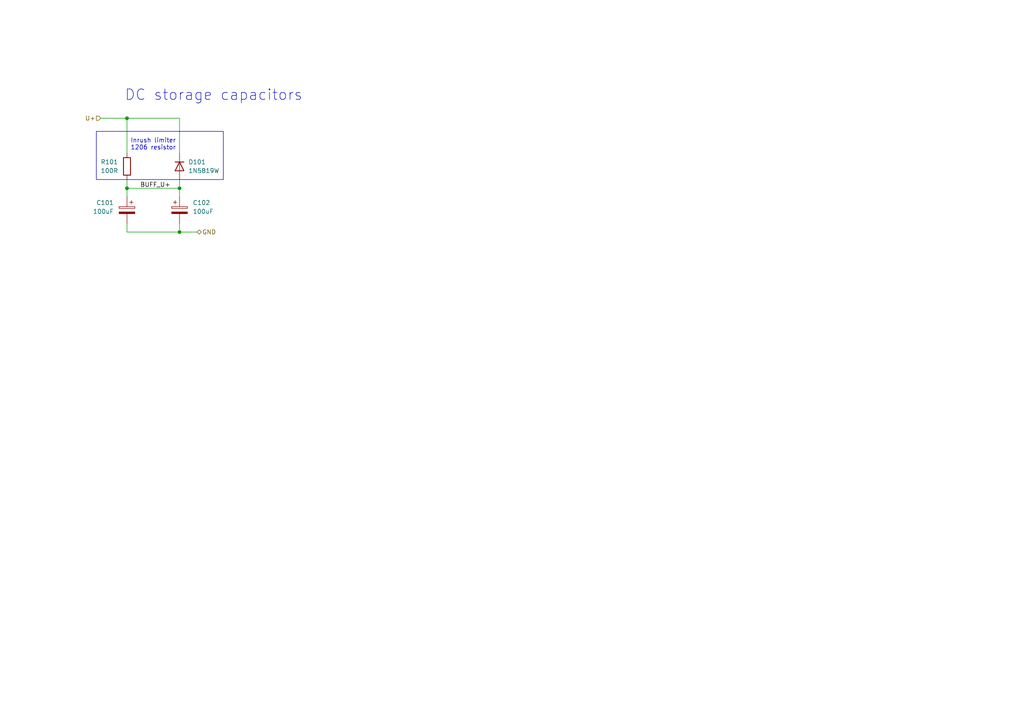
<source format=kicad_sch>
(kicad_sch
	(version 20231120)
	(generator "eeschema")
	(generator_version "8.0")
	(uuid "0ed6639a-cde6-4452-b9e1-77c370bade86")
	(paper "A4")
	(title_block
		(title "xDuinoRail - LocDecoder - Development Kit")
		(date "2024-10-09")
		(rev "v0.2")
		(company "Chatelain Engineering, Bern - CH")
	)
	(lib_symbols
		(symbol "Device:C_Polarized"
			(pin_numbers hide)
			(pin_names
				(offset 0.254)
			)
			(exclude_from_sim no)
			(in_bom yes)
			(on_board yes)
			(property "Reference" "C"
				(at 0.635 2.54 0)
				(effects
					(font
						(size 1.27 1.27)
					)
					(justify left)
				)
			)
			(property "Value" "C_Polarized"
				(at 0.635 -2.54 0)
				(effects
					(font
						(size 1.27 1.27)
					)
					(justify left)
				)
			)
			(property "Footprint" ""
				(at 0.9652 -3.81 0)
				(effects
					(font
						(size 1.27 1.27)
					)
					(hide yes)
				)
			)
			(property "Datasheet" "~"
				(at 0 0 0)
				(effects
					(font
						(size 1.27 1.27)
					)
					(hide yes)
				)
			)
			(property "Description" "Polarized capacitor"
				(at 0 0 0)
				(effects
					(font
						(size 1.27 1.27)
					)
					(hide yes)
				)
			)
			(property "ki_keywords" "cap capacitor"
				(at 0 0 0)
				(effects
					(font
						(size 1.27 1.27)
					)
					(hide yes)
				)
			)
			(property "ki_fp_filters" "CP_*"
				(at 0 0 0)
				(effects
					(font
						(size 1.27 1.27)
					)
					(hide yes)
				)
			)
			(symbol "C_Polarized_0_1"
				(rectangle
					(start -2.286 0.508)
					(end 2.286 1.016)
					(stroke
						(width 0)
						(type default)
					)
					(fill
						(type none)
					)
				)
				(polyline
					(pts
						(xy -1.778 2.286) (xy -0.762 2.286)
					)
					(stroke
						(width 0)
						(type default)
					)
					(fill
						(type none)
					)
				)
				(polyline
					(pts
						(xy -1.27 2.794) (xy -1.27 1.778)
					)
					(stroke
						(width 0)
						(type default)
					)
					(fill
						(type none)
					)
				)
				(rectangle
					(start 2.286 -0.508)
					(end -2.286 -1.016)
					(stroke
						(width 0)
						(type default)
					)
					(fill
						(type outline)
					)
				)
			)
			(symbol "C_Polarized_1_1"
				(pin passive line
					(at 0 3.81 270)
					(length 2.794)
					(name "~"
						(effects
							(font
								(size 1.27 1.27)
							)
						)
					)
					(number "1"
						(effects
							(font
								(size 1.27 1.27)
							)
						)
					)
				)
				(pin passive line
					(at 0 -3.81 90)
					(length 2.794)
					(name "~"
						(effects
							(font
								(size 1.27 1.27)
							)
						)
					)
					(number "2"
						(effects
							(font
								(size 1.27 1.27)
							)
						)
					)
				)
			)
		)
		(symbol "Device:D"
			(pin_numbers hide)
			(pin_names
				(offset 1.016) hide)
			(exclude_from_sim no)
			(in_bom yes)
			(on_board yes)
			(property "Reference" "D"
				(at 0 2.54 0)
				(effects
					(font
						(size 1.27 1.27)
					)
				)
			)
			(property "Value" "D"
				(at 0 -2.54 0)
				(effects
					(font
						(size 1.27 1.27)
					)
				)
			)
			(property "Footprint" ""
				(at 0 0 0)
				(effects
					(font
						(size 1.27 1.27)
					)
					(hide yes)
				)
			)
			(property "Datasheet" "~"
				(at 0 0 0)
				(effects
					(font
						(size 1.27 1.27)
					)
					(hide yes)
				)
			)
			(property "Description" "Diode"
				(at 0 0 0)
				(effects
					(font
						(size 1.27 1.27)
					)
					(hide yes)
				)
			)
			(property "Sim.Device" "D"
				(at 0 0 0)
				(effects
					(font
						(size 1.27 1.27)
					)
					(hide yes)
				)
			)
			(property "Sim.Pins" "1=K 2=A"
				(at 0 0 0)
				(effects
					(font
						(size 1.27 1.27)
					)
					(hide yes)
				)
			)
			(property "ki_keywords" "diode"
				(at 0 0 0)
				(effects
					(font
						(size 1.27 1.27)
					)
					(hide yes)
				)
			)
			(property "ki_fp_filters" "TO-???* *_Diode_* *SingleDiode* D_*"
				(at 0 0 0)
				(effects
					(font
						(size 1.27 1.27)
					)
					(hide yes)
				)
			)
			(symbol "D_0_1"
				(polyline
					(pts
						(xy -1.27 1.27) (xy -1.27 -1.27)
					)
					(stroke
						(width 0.254)
						(type default)
					)
					(fill
						(type none)
					)
				)
				(polyline
					(pts
						(xy 1.27 0) (xy -1.27 0)
					)
					(stroke
						(width 0)
						(type default)
					)
					(fill
						(type none)
					)
				)
				(polyline
					(pts
						(xy 1.27 1.27) (xy 1.27 -1.27) (xy -1.27 0) (xy 1.27 1.27)
					)
					(stroke
						(width 0.254)
						(type default)
					)
					(fill
						(type none)
					)
				)
			)
			(symbol "D_1_1"
				(pin passive line
					(at -3.81 0 0)
					(length 2.54)
					(name "K"
						(effects
							(font
								(size 1.27 1.27)
							)
						)
					)
					(number "1"
						(effects
							(font
								(size 1.27 1.27)
							)
						)
					)
				)
				(pin passive line
					(at 3.81 0 180)
					(length 2.54)
					(name "A"
						(effects
							(font
								(size 1.27 1.27)
							)
						)
					)
					(number "2"
						(effects
							(font
								(size 1.27 1.27)
							)
						)
					)
				)
			)
		)
		(symbol "Device:R"
			(pin_numbers hide)
			(pin_names
				(offset 0)
			)
			(exclude_from_sim no)
			(in_bom yes)
			(on_board yes)
			(property "Reference" "R"
				(at 2.032 0 90)
				(effects
					(font
						(size 1.27 1.27)
					)
				)
			)
			(property "Value" "R"
				(at 0 0 90)
				(effects
					(font
						(size 1.27 1.27)
					)
				)
			)
			(property "Footprint" ""
				(at -1.778 0 90)
				(effects
					(font
						(size 1.27 1.27)
					)
					(hide yes)
				)
			)
			(property "Datasheet" "~"
				(at 0 0 0)
				(effects
					(font
						(size 1.27 1.27)
					)
					(hide yes)
				)
			)
			(property "Description" "Resistor"
				(at 0 0 0)
				(effects
					(font
						(size 1.27 1.27)
					)
					(hide yes)
				)
			)
			(property "ki_keywords" "R res resistor"
				(at 0 0 0)
				(effects
					(font
						(size 1.27 1.27)
					)
					(hide yes)
				)
			)
			(property "ki_fp_filters" "R_*"
				(at 0 0 0)
				(effects
					(font
						(size 1.27 1.27)
					)
					(hide yes)
				)
			)
			(symbol "R_0_1"
				(rectangle
					(start -1.016 -2.54)
					(end 1.016 2.54)
					(stroke
						(width 0.254)
						(type default)
					)
					(fill
						(type none)
					)
				)
			)
			(symbol "R_1_1"
				(pin passive line
					(at 0 3.81 270)
					(length 1.27)
					(name "~"
						(effects
							(font
								(size 1.27 1.27)
							)
						)
					)
					(number "1"
						(effects
							(font
								(size 1.27 1.27)
							)
						)
					)
				)
				(pin passive line
					(at 0 -3.81 90)
					(length 1.27)
					(name "~"
						(effects
							(font
								(size 1.27 1.27)
							)
						)
					)
					(number "2"
						(effects
							(font
								(size 1.27 1.27)
							)
						)
					)
				)
			)
		)
	)
	(junction
		(at 52.07 54.61)
		(diameter 0)
		(color 0 0 0 0)
		(uuid "70d66df6-34eb-4709-982f-3b263de2c564")
	)
	(junction
		(at 52.07 67.31)
		(diameter 0)
		(color 0 0 0 0)
		(uuid "861dd14a-3655-444e-a1cd-ddf7e79d02ea")
	)
	(junction
		(at 36.83 54.61)
		(diameter 0)
		(color 0 0 0 0)
		(uuid "8a1cd5a1-cbac-499b-a8d7-956ced35d95d")
	)
	(junction
		(at 36.83 34.29)
		(diameter 0)
		(color 0 0 0 0)
		(uuid "dbe8d430-b7e0-43fd-af9b-a7b35fd89a39")
	)
	(wire
		(pts
			(xy 52.07 67.31) (xy 57.15 67.31)
		)
		(stroke
			(width 0)
			(type default)
		)
		(uuid "317ef222-0dfd-4fad-8741-f0070137d402")
	)
	(wire
		(pts
			(xy 36.83 54.61) (xy 36.83 52.07)
		)
		(stroke
			(width 0)
			(type default)
		)
		(uuid "39d481d6-a889-4a6a-bfa6-7b4e9597cb83")
	)
	(wire
		(pts
			(xy 36.83 64.77) (xy 36.83 67.31)
		)
		(stroke
			(width 0)
			(type default)
		)
		(uuid "409c678e-3836-4352-9da6-1ab23d9c3c5c")
	)
	(wire
		(pts
			(xy 52.07 57.15) (xy 52.07 54.61)
		)
		(stroke
			(width 0)
			(type default)
		)
		(uuid "454550da-5fc7-4d78-b69d-3af2bfb06d17")
	)
	(wire
		(pts
			(xy 36.83 54.61) (xy 36.83 57.15)
		)
		(stroke
			(width 0)
			(type default)
		)
		(uuid "76f1626f-966e-4c7c-8511-36bc72551458")
	)
	(wire
		(pts
			(xy 52.07 34.29) (xy 52.07 44.45)
		)
		(stroke
			(width 0)
			(type default)
		)
		(uuid "88c50384-26f4-428a-a2a4-568192a02761")
	)
	(wire
		(pts
			(xy 52.07 52.07) (xy 52.07 54.61)
		)
		(stroke
			(width 0)
			(type default)
		)
		(uuid "a615d5ab-cd7b-46e7-9528-53050b23cf8b")
	)
	(wire
		(pts
			(xy 36.83 54.61) (xy 52.07 54.61)
		)
		(stroke
			(width 0)
			(type default)
		)
		(uuid "ce3d9347-297f-4c6c-93c1-0788cf958cfa")
	)
	(wire
		(pts
			(xy 36.83 67.31) (xy 52.07 67.31)
		)
		(stroke
			(width 0)
			(type default)
		)
		(uuid "d8309884-c3c9-4177-91b5-3d7ea6af06e8")
	)
	(wire
		(pts
			(xy 52.07 64.77) (xy 52.07 67.31)
		)
		(stroke
			(width 0)
			(type default)
		)
		(uuid "e001f8f7-3c5c-4b29-9f97-0b72fe00f57d")
	)
	(wire
		(pts
			(xy 36.83 34.29) (xy 36.83 44.45)
		)
		(stroke
			(width 0)
			(type default)
		)
		(uuid "e484a3e8-9437-48de-b3f2-173e67aa31d1")
	)
	(wire
		(pts
			(xy 52.07 34.29) (xy 36.83 34.29)
		)
		(stroke
			(width 0)
			(type default)
		)
		(uuid "e708d21e-4f0e-4538-8de3-6e16a4bcb083")
	)
	(wire
		(pts
			(xy 36.83 34.29) (xy 29.21 34.29)
		)
		(stroke
			(width 0)
			(type default)
		)
		(uuid "f3c6b67d-a920-40ea-b8ee-98528b95808f")
	)
	(rectangle
		(start 27.94 38.1)
		(end 64.77 52.07)
		(stroke
			(width 0)
			(type default)
		)
		(fill
			(type none)
		)
		(uuid e6777fc6-b293-4134-8075-1d6c03aa7d73)
	)
	(text "Inrush limiter\n1206 resistor"
		(exclude_from_sim no)
		(at 44.45 41.91 0)
		(effects
			(font
				(size 1.27 1.27)
			)
		)
		(uuid "42ebd433-9e4b-4b18-b503-979684ad2740")
	)
	(text "DC storage capacitors\n"
		(exclude_from_sim no)
		(at 61.976 27.686 0)
		(effects
			(font
				(size 3.048 3.048)
			)
		)
		(uuid "a76d4c3f-1db9-44fb-b638-4d14cd1e3899")
	)
	(label "BUFF_U+"
		(at 40.64 54.61 0)
		(effects
			(font
				(size 1.27 1.27)
			)
			(justify left bottom)
		)
		(uuid "5f727d5f-8657-4d5d-a208-50042e4bab98")
	)
	(hierarchical_label "U+"
		(shape input)
		(at 29.21 34.29 180)
		(effects
			(font
				(size 1.27 1.27)
			)
			(justify right)
		)
		(uuid "02d821b1-3752-4b7e-a368-48614de0f30b")
	)
	(hierarchical_label "GND"
		(shape bidirectional)
		(at 57.15 67.31 0)
		(effects
			(font
				(size 1.27 1.27)
			)
			(justify left)
		)
		(uuid "14abcc60-0c4a-4776-aff5-ffa397186009")
	)
	(symbol
		(lib_id "Device:C_Polarized")
		(at 36.83 60.96 0)
		(mirror y)
		(unit 1)
		(exclude_from_sim no)
		(in_bom yes)
		(on_board yes)
		(dnp no)
		(fields_autoplaced yes)
		(uuid "6954d688-dc5e-457b-a102-992fb74862ed")
		(property "Reference" "C101"
			(at 33.02 58.801 0)
			(effects
				(font
					(size 1.27 1.27)
				)
				(justify left)
			)
		)
		(property "Value" "100uF"
			(at 33.02 61.341 0)
			(effects
				(font
					(size 1.27 1.27)
				)
				(justify left)
			)
		)
		(property "Footprint" "Capacitor_Tantalum_SMD:CP_EIA-3528-21_Kemet-B_Pad1.50x2.35mm_HandSolder"
			(at 35.8648 64.77 0)
			(effects
				(font
					(size 1.27 1.27)
				)
				(hide yes)
			)
		)
		(property "Datasheet" "~"
			(at 36.83 60.96 0)
			(effects
				(font
					(size 1.27 1.27)
				)
				(hide yes)
			)
		)
		(property "Description" "Polarized capacitor"
			(at 36.83 60.96 0)
			(effects
				(font
					(size 1.27 1.27)
				)
				(hide yes)
			)
		)
		(property "Field-1" ""
			(at 36.83 60.96 0)
			(effects
				(font
					(size 1.27 1.27)
				)
				(hide yes)
			)
		)
		(property "Frequency" ""
			(at 36.83 60.96 0)
			(effects
				(font
					(size 1.27 1.27)
				)
				(hide yes)
			)
		)
		(property "LCSC" ""
			(at 36.83 60.96 0)
			(effects
				(font
					(size 1.27 1.27)
				)
				(hide yes)
			)
		)
		(property "LCSC Part #" ""
			(at 36.83 60.96 0)
			(effects
				(font
					(size 1.27 1.27)
				)
				(hide yes)
			)
		)
		(property "Sim.Device" "C"
			(at 36.83 60.96 0)
			(effects
				(font
					(size 1.27 1.27)
				)
				(hide yes)
			)
		)
		(property "Sim.Pins" "1=+ 2=-"
			(at 36.83 60.96 0)
			(effects
				(font
					(size 1.27 1.27)
				)
				(hide yes)
			)
		)
		(property "rohs_cert_or_in_datasheet" ""
			(at 36.83 60.96 0)
			(effects
				(font
					(size 1.27 1.27)
				)
				(hide yes)
			)
		)
		(property "OLI_ID" "100uF_CASE-B-3528"
			(at 36.83 60.96 0)
			(effects
				(font
					(size 1.27 1.27)
				)
				(hide yes)
			)
		)
		(property "Sim.Library" ""
			(at 36.83 60.96 0)
			(effects
				(font
					(size 1.27 1.27)
				)
				(hide yes)
			)
		)
		(property "Sim.Name" ""
			(at 36.83 60.96 0)
			(effects
				(font
					(size 1.27 1.27)
				)
				(hide yes)
			)
		)
		(property "Sim.Params" ""
			(at 36.83 60.96 0)
			(effects
				(font
					(size 1.27 1.27)
				)
				(hide yes)
			)
		)
		(property "Sim.Type" ""
			(at 36.83 60.96 0)
			(effects
				(font
					(size 1.27 1.27)
				)
				(hide yes)
			)
		)
		(property "P/N" ""
			(at 36.83 60.96 0)
			(effects
				(font
					(size 1.27 1.27)
				)
				(hide yes)
			)
		)
		(pin "1"
			(uuid "9fdd8baa-294a-4810-82b7-12fe35141621")
		)
		(pin "2"
			(uuid "5dabfa91-0902-4c44-9150-c21be5ee0f21")
		)
		(instances
			(project "rails_power-buffer"
				(path "/0ed6639a-cde6-4452-b9e1-77c370bade86"
					(reference "C101")
					(unit 1)
				)
			)
			(project "xDuinoRails-Thor-M"
				(path "/fb33ec4e-6596-45d2-a121-8d3475acd69a/0bf87bfc-1a64-4ae3-9476-ab62edd28dcb"
					(reference "C201")
					(unit 1)
				)
			)
		)
	)
	(symbol
		(lib_id "Device:C_Polarized")
		(at 52.07 60.96 0)
		(unit 1)
		(exclude_from_sim no)
		(in_bom yes)
		(on_board yes)
		(dnp no)
		(uuid "9f084e9b-6b99-46d2-a473-7c33a37c67f0")
		(property "Reference" "C102"
			(at 55.88 58.801 0)
			(effects
				(font
					(size 1.27 1.27)
				)
				(justify left)
			)
		)
		(property "Value" "100uF"
			(at 55.88 61.341 0)
			(effects
				(font
					(size 1.27 1.27)
				)
				(justify left)
			)
		)
		(property "Footprint" "Capacitor_Tantalum_SMD:CP_EIA-3528-21_Kemet-B_Pad1.50x2.35mm_HandSolder"
			(at 53.0352 64.77 0)
			(effects
				(font
					(size 1.27 1.27)
				)
				(hide yes)
			)
		)
		(property "Datasheet" "~"
			(at 52.07 60.96 0)
			(effects
				(font
					(size 1.27 1.27)
				)
				(hide yes)
			)
		)
		(property "Description" "Polarized capacitor"
			(at 52.07 60.96 0)
			(effects
				(font
					(size 1.27 1.27)
				)
				(hide yes)
			)
		)
		(property "Field-1" ""
			(at 52.07 60.96 0)
			(effects
				(font
					(size 1.27 1.27)
				)
				(hide yes)
			)
		)
		(property "Frequency" ""
			(at 52.07 60.96 0)
			(effects
				(font
					(size 1.27 1.27)
				)
				(hide yes)
			)
		)
		(property "LCSC" ""
			(at 52.07 60.96 0)
			(effects
				(font
					(size 1.27 1.27)
				)
				(hide yes)
			)
		)
		(property "LCSC Part #" ""
			(at 52.07 60.96 0)
			(effects
				(font
					(size 1.27 1.27)
				)
				(hide yes)
			)
		)
		(property "Sim.Device" "C"
			(at 52.07 60.96 0)
			(effects
				(font
					(size 1.27 1.27)
				)
				(hide yes)
			)
		)
		(property "Sim.Pins" "1=+ 2=-"
			(at 52.07 60.96 0)
			(effects
				(font
					(size 1.27 1.27)
				)
				(hide yes)
			)
		)
		(property "rohs_cert_or_in_datasheet" ""
			(at 52.07 60.96 0)
			(effects
				(font
					(size 1.27 1.27)
				)
				(hide yes)
			)
		)
		(property "OLI_ID" "100uF_CASE-B-3528"
			(at 52.07 60.96 0)
			(effects
				(font
					(size 1.27 1.27)
				)
				(hide yes)
			)
		)
		(property "Sim.Library" ""
			(at 52.07 60.96 0)
			(effects
				(font
					(size 1.27 1.27)
				)
				(hide yes)
			)
		)
		(property "Sim.Name" ""
			(at 52.07 60.96 0)
			(effects
				(font
					(size 1.27 1.27)
				)
				(hide yes)
			)
		)
		(property "Sim.Params" ""
			(at 52.07 60.96 0)
			(effects
				(font
					(size 1.27 1.27)
				)
				(hide yes)
			)
		)
		(property "Sim.Type" ""
			(at 52.07 60.96 0)
			(effects
				(font
					(size 1.27 1.27)
				)
				(hide yes)
			)
		)
		(property "P/N" ""
			(at 52.07 60.96 0)
			(effects
				(font
					(size 1.27 1.27)
				)
				(hide yes)
			)
		)
		(pin "1"
			(uuid "4b431db8-9d06-464b-b9b8-5ea945f6639c")
		)
		(pin "2"
			(uuid "4d16af66-4484-4af5-be6e-49fe5fb9c198")
		)
		(instances
			(project "rails_power-buffer"
				(path "/0ed6639a-cde6-4452-b9e1-77c370bade86"
					(reference "C102")
					(unit 1)
				)
			)
			(project "xDuinoRails-Thor-M"
				(path "/fb33ec4e-6596-45d2-a121-8d3475acd69a/0bf87bfc-1a64-4ae3-9476-ab62edd28dcb"
					(reference "C202")
					(unit 1)
				)
			)
		)
	)
	(symbol
		(lib_id "Device:R")
		(at 36.83 48.26 0)
		(mirror y)
		(unit 1)
		(exclude_from_sim no)
		(in_bom yes)
		(on_board yes)
		(dnp no)
		(fields_autoplaced yes)
		(uuid "a8c26bae-2131-46f4-a2fc-3863f4b49319")
		(property "Reference" "R101"
			(at 34.29 46.9899 0)
			(effects
				(font
					(size 1.27 1.27)
				)
				(justify left)
			)
		)
		(property "Value" "100R"
			(at 34.29 49.5299 0)
			(effects
				(font
					(size 1.27 1.27)
				)
				(justify left)
			)
		)
		(property "Footprint" "Resistor_SMD:R_1206_3216Metric"
			(at 38.608 48.26 90)
			(effects
				(font
					(size 1.27 1.27)
				)
				(hide yes)
			)
		)
		(property "Datasheet" "~"
			(at 36.83 48.26 0)
			(effects
				(font
					(size 1.27 1.27)
				)
				(hide yes)
			)
		)
		(property "Description" "Resistor"
			(at 36.83 48.26 0)
			(effects
				(font
					(size 1.27 1.27)
				)
				(hide yes)
			)
		)
		(property "OLI_ID" "100R_0402"
			(at 36.83 48.26 0)
			(effects
				(font
					(size 1.27 1.27)
				)
				(hide yes)
			)
		)
		(pin "1"
			(uuid "304ab9b3-e703-4795-b5ae-01bbc92298f5")
		)
		(pin "2"
			(uuid "2f042ca3-31b5-4c02-aa6f-0b0f75f08319")
		)
		(instances
			(project "rails_power-buffer"
				(path "/0ed6639a-cde6-4452-b9e1-77c370bade86"
					(reference "R101")
					(unit 1)
				)
			)
			(project ""
				(path "/fb33ec4e-6596-45d2-a121-8d3475acd69a/0bf87bfc-1a64-4ae3-9476-ab62edd28dcb"
					(reference "R201")
					(unit 1)
				)
			)
		)
	)
	(symbol
		(lib_id "Device:D")
		(at 52.07 48.26 90)
		(mirror x)
		(unit 1)
		(exclude_from_sim no)
		(in_bom yes)
		(on_board yes)
		(dnp no)
		(uuid "febb2076-a7f6-432a-8f8c-a232917cd3a6")
		(property "Reference" "D101"
			(at 54.61 46.9899 90)
			(effects
				(font
					(size 1.27 1.27)
				)
				(justify right)
			)
		)
		(property "Value" "1N5819W"
			(at 54.61 49.5299 90)
			(effects
				(font
					(size 1.27 1.27)
				)
				(justify right)
			)
		)
		(property "Footprint" "Diode_SMD:D_SOD-123"
			(at 52.07 48.26 0)
			(effects
				(font
					(size 1.27 1.27)
				)
				(hide yes)
			)
		)
		(property "Datasheet" "https://www.vishay.com/docs/85748/1n4148w.pdf Diode_SMD:D_SOD-123"
			(at 52.07 48.26 0)
			(effects
				(font
					(size 1.27 1.27)
				)
				(hide yes)
			)
		)
		(property "Description" "Diode"
			(at 52.07 48.26 0)
			(effects
				(font
					(size 1.27 1.27)
				)
				(hide yes)
			)
		)
		(property "Sim.Device" "D"
			(at 52.07 48.26 0)
			(effects
				(font
					(size 1.27 1.27)
				)
				(hide yes)
			)
		)
		(property "Sim.Pins" "1=K 2=A"
			(at 52.07 48.26 0)
			(effects
				(font
					(size 1.27 1.27)
				)
				(hide yes)
			)
		)
		(property "OLI_ID" "1N4148W_SOD-123"
			(at 52.07 48.26 0)
			(effects
				(font
					(size 1.27 1.27)
				)
				(hide yes)
			)
		)
		(pin "1"
			(uuid "9921606d-afb1-4b1a-b796-a9108e2e5fa3")
		)
		(pin "2"
			(uuid "d52a7176-43b6-4bf5-b167-9d61897c5f15")
		)
		(instances
			(project "rails_power-buffer"
				(path "/0ed6639a-cde6-4452-b9e1-77c370bade86"
					(reference "D101")
					(unit 1)
				)
			)
			(project ""
				(path "/fb33ec4e-6596-45d2-a121-8d3475acd69a/0bf87bfc-1a64-4ae3-9476-ab62edd28dcb"
					(reference "D201")
					(unit 1)
				)
			)
		)
	)
	(sheet_instances
		(path "/"
			(page "1")
		)
	)
)

</source>
